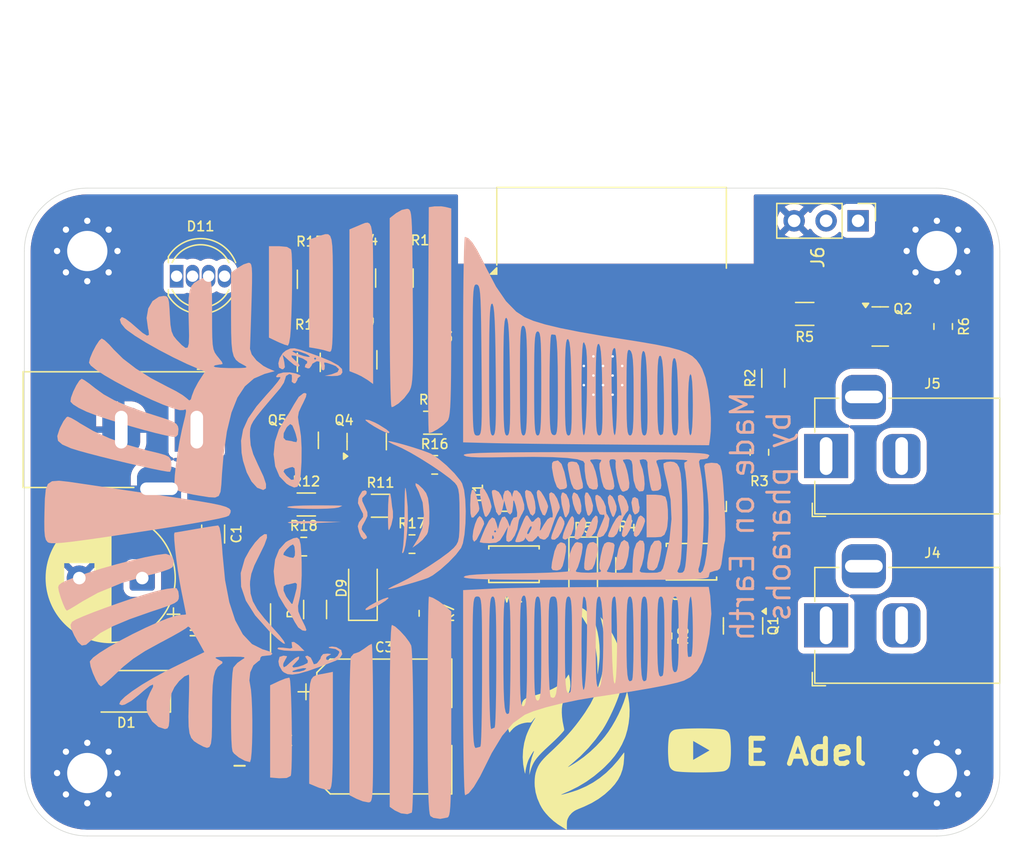
<source format=kicad_pcb>
(kicad_pcb (version 20241229) (generator "pcbnew") (generator_version "9.0")
  (title_block (title "NEON 1M 12V") (date "2025-11-06") (rev "REV1_1"))
  (layers (0 "F.Cu" signal) (2 "B.Cu" signal) (13 "F.Paste" user) (15 "B.Paste" user) (5 "F.SilkS" user "F.Silkscreen") (7 "B.SilkS" user "B.Silkscreen") (1 "F.Mask" user) (3 "B.Mask" user) (25 "Edge.Cuts" user))
  (net 0 "")
  (net 1 "+12V")
  (net 2 "GND")
  (net 3 "+3V3")
  (net 4 "Net-(D1-K)")
  (net 5 "Net-(D5-A)")
  (net 6 "Net-(D9-A)")
  (net 7 "Net-(D11-BK)")
  (net 8 "Net-(D11-RK)")
  (net 9 "Net-(D11-GK)")
  (net 10 "ESP_IO27")
  (net 11 "ESP_IO35")
  (net 12 "ESP_IO25")
  (net 13 "ESP_IO26")
  (net 14 "ESP_EN")
  (net 15 "ESP_IO14")
  (net 16 "ESP_IO33")
  (net 17 "ESP_SVP")
  (net 18 "ESP_IO34")
  (net 19 "ESP_SVN")
  (net 20 "ESP_IO32")
  (net 21 "ESP_IO13")
  (net 22 "ESP_IO12")
  (net 23 "ESP_IO16")
  (net 24 "ESP_IO2")
  (net 25 "ESP_IO22")
  (net 26 "ESP_U0TX")
  (net 27 "ESP_IO5")
  (net 28 "ESP_IO21")
  (net 29 "ESP_IO15")
  (net 30 "ESP_IO4")
  (net 31 "ESP_IO18")
  (net 32 "ESP_IO23")
  (net 33 "ESP_IO19")
  (net 34 "ESP_IO17")
  (net 35 "ESP_IO0")
  (net 36 "ESP_U0RX")
  (net 37 "B_Jack")
  (net 38 "P_Jack")
  (net 39 "Net-(Q1-G)")
  (net 40 "Net-(Q2-G)")
  (net 41 "Net-(Q3-D)")
  (net 42 "Net-(Q3-G)")
  (net 43 "Net-(Q4-D)")
  (net 44 "Net-(Q4-G)")
  (net 45 "Net-(Q5-G)")
  (net 46 "Net-(Q5-D)")
  (net 47 "Net-(R14-Pad2)")
  (net 48 "Net-(R15-Pad2)")
  (footprint "Resistor_SMD:R_0805_2012Metric_Pad1.20x1.40mm_HandSolder" (layer "F.Cu") (at 139.8 58.3)
    (property "Reference" "R17" (at 0 -1.65 0) (layer "F.SilkS") (effects (font (size 0.762 0.762) (thickness 0.127))))
    (property "Value" "10k Ohm")
    (pad "1" smd roundrect (at -1 0) (size 1.2 1.4) (layers "F.Cu" "F.Mask" "F.Paste") (roundrect_rratio 0.208333) (net 44 "Net-(Q4-G)"))
    (pad "2" smd roundrect (at 1 0) (size 1.2 1.4) (layers "F.Cu" "F.Mask" "F.Paste") (roundrect_rratio 0.208333) (net 2 "GND"))
  )
  (footprint "Resistor_SMD:R_1206_3216Metric_Pad1.30x1.75mm_HandSolder" (layer "F.Cu") (at 131.4 55.15)
    (property "Reference" "R12" (at 0 -1.83 0) (layer "F.SilkS") (effects (font (size 0.762 0.762) (thickness 0.127))))
    (property "Value" "220 Ohm")
    (pad "1" smd roundrect (at -1.55 0) (size 1.3 1.75) (layers "F.Cu" "F.Mask" "F.Paste") (roundrect_rratio 0.192308) (net 45 "Net-(Q5-G)"))
    (pad "2" smd roundrect (at 1.55 0) (size 1.3 1.75) (layers "F.Cu" "F.Mask" "F.Paste") (roundrect_rratio 0.192308) (net 10 "ESP_IO27"))
  )
  (footprint "CD43_Inductor:CD43" (layer "F.Cu") (at 126.1 73.8)
    (property "Reference" "L1" (at 3.7 0.2 270) (layer "F.SilkS") (effects (font (size 0.762 0.762) (thickness 0.127))))
    (property "Value" "47uH / 2A")
    (pad "1" smd rect (at -1.6256 0) (size 1.7526 4.4958) (layers "F.Cu" "F.Mask" "F.Paste") (net 4 "Net-(D1-K)"))
    (pad "2" smd rect (at 1.6256 0) (size 1.7526 4.4958) (layers "F.Cu" "F.Mask" "F.Paste") (net 3 "+3V3"))
    (zone (net 0) (net_name "") (layer "F.Cu") (connect_pads (clearance 0)) (min_thickness 0.254)
      (keepout (tracks not_allowed) (vias not_allowed) (pads allowed) (copperpour not_allowed) (footprints allowed))
      (fill (thermal_gap 0.508) (thermal_bridge_width 0.508))
      (polygon (pts (xy 125.4015 71.6029) (xy 126.7985 71.6029) (xy 126.7985 75.9971) (xy 125.4015 75.9971)))
    )
  )
  (footprint "Connector_PinHeader_2.54mm:PinHeader_1x03_P2.54mm_Vertical" (layer "F.Cu") (at 175.24 32.6 -90)
    (property "Reference" "J6" (at 2.9 3.2 90) (layer "F.SilkS"))
    (property "Value" "Conn_01x03_Pin")
    (pad "1" thru_hole rect (at 0 0 270) (size 1.7 1.7) (drill 1) (layers "*.Cu" "*.Mask") (net 36 "ESP_U0RX"))
    (pad "2" thru_hole circle (at 0 2.54 270) (size 1.7 1.7) (drill 1) (layers "*.Cu" "*.Mask") (net 26 "ESP_U0TX"))
    (pad "3" thru_hole circle (at 0 5.08 270) (size 1.7 1.7) (drill 1) (layers "*.Cu" "*.Mask") (net 2 "GND"))
  )
  (footprint "Package_TO_SOT_SMD:SOT-23" (layer "F.Cu") (at 136.2 50.15 90)
    (property "Reference" "Q4" (at 1.7 -1.8 180) (layer "F.SilkS") (effects (font (size 0.762 0.762) (thickness 0.127))))
    (property "Value" "BSS138")
    (pad "1" smd roundrect (at -1.1 -0.95 90) (size 1.8 0.6) (layers "F.Cu" "F.Mask" "F.Paste") (net 44 "Net-(Q4-G)"))
    (pad "2" smd roundrect (at -1.1 0.95 90) (size 1.8 0.6) (layers "F.Cu" "F.Mask" "F.Paste") (net 2 "GND"))
    (pad "3" smd roundrect (at 1.1 0 90) (size 1.8 0.6) (layers "F.Cu" "F.Mask" "F.Paste") (net 43 "Net-(Q4-D)"))
  )
  (footprint "Resistor_SMD:R_1206_3216Metric_Pad1.30x1.75mm_HandSolder" (layer "F.Cu") (at 171 40 180)
    (property "Reference" "R5" (at 0 -1.83 0) (layer "F.SilkS") (effects (font (size 0.762 0.762) (thickness 0.127))))
    (property "Value" "100 Ohm")
    (pad "1" smd roundrect (at -1.55 0 180) (size 1.3 1.75) (layers "F.Cu" "F.Mask" "F.Paste") (roundrect_rratio 0.192308) (net 40 "Net-(Q2-G)"))
    (pad "2" smd roundrect (at 1.55 0 180) (size 1.3 1.75) (layers "F.Cu" "F.Mask" "F.Paste") (roundrect_rratio 0.192308) (net 33 "ESP_IO19"))
  )
  (footprint "MountingHole:MountingHole_3.2mm_M3_Pad_Via" (layer "F.Cu") (at 114 76.5)
    (property "Reference" "H4" (hide yes))
    (property "Value" "MountingHole_Pad")
    (pad "1" thru_hole circle (at -2.4 0) (size 0.8 0.8) (drill 0.5) (layers "*.Cu" "*.Mask") (net 2 "GND"))
    (pad "1" thru_hole circle (at -1.697056 -1.697056) (size 0.8 0.8) (drill 0.5) (layers "*.Cu" "*.Mask") (net 2 "GND"))
    (pad "1" thru_hole circle (at -1.697056 1.697056) (size 0.8 0.8) (drill 0.5) (layers "*.Cu" "*.Mask") (net 2 "GND"))
    (pad "1" thru_hole circle (at 0 -2.4) (size 0.8 0.8) (drill 0.5) (layers "*.Cu" "*.Mask") (net 2 "GND"))
    (pad "1" thru_hole circle (at 0 0) (size 6.4 6.4) (drill 3.2) (layers "*.Cu" "*.Mask") (net 2 "GND"))
    (pad "1" thru_hole circle (at 0 2.4) (size 0.8 0.8) (drill 0.5) (layers "*.Cu" "*.Mask") (net 2 "GND"))
    (pad "1" thru_hole circle (at 1.697056 -1.697056) (size 0.8 0.8) (drill 0.5) (layers "*.Cu" "*.Mask") (net 2 "GND"))
    (pad "1" thru_hole circle (at 1.697056 1.697056) (size 0.8 0.8) (drill 0.5) (layers "*.Cu" "*.Mask") (net 2 "GND"))
    (pad "1" thru_hole circle (at 2.4 0) (size 0.8 0.8) (drill 0.5) (layers "*.Cu" "*.Mask") (net 2 "GND"))
  )
  (footprint "Resistor_SMD:R_1206_3216Metric_Pad1.30x1.75mm_HandSolder" (layer "F.Cu") (at 168.5 45.1 90)
    (property "Reference" "R2" (at 0 -1.83 90) (layer "F.SilkS") (effects (font (size 0.762 0.762) (thickness 0.127))))
    (property "Value" "100 Ohm")
    (pad "1" smd roundrect (at -1.55 0 90) (size 1.3 1.75) (layers "F.Cu" "F.Mask" "F.Paste") (roundrect_rratio 0.192308) (net 39 "Net-(Q1-G)"))
    (pad "2" smd roundrect (at 1.55 0 90) (size 1.3 1.75) (layers "F.Cu" "F.Mask" "F.Paste") (roundrect_rratio 0.192308) (net 31 "ESP_IO18"))
  )
  (footprint "Package_SO:SOIC-8_3.9x4.9mm_P1.27mm" (layer "F.Cu") (at 126 65 90)
    (property "Reference" "U2" (at 0 -3.4 90) (layer "F.SilkS") (effects (font (size 0.762 0.762) (thickness 0.127))))
    (property "Value" "XL1509-3.3")
    (pad "1" smd roundrect (at -2.475 -1.905 90) (size 1.95 0.6) (layers "F.Cu" "F.Mask" "F.Paste") (net 1 "+12V"))
    (pad "2" smd roundrect (at -2.475 -0.635 90) (size 1.95 0.6) (layers "F.Cu" "F.Mask" "F.Paste") (net 4 "Net-(D1-K)"))
    (pad "3" smd roundrect (at -2.475 0.635 90) (size 1.95 0.6) (layers "F.Cu" "F.Mask" "F.Paste") (net 3 "+3V3"))
    (pad "4" smd roundrect (at -2.475 1.905 90) (size 1.95 0.6) (layers "F.Cu" "F.Mask" "F.Paste") (net 2 "GND"))
    (pad "5" smd roundrect (at 2.475 1.905 90) (size 1.95 0.6) (layers "F.Cu" "F.Mask" "F.Paste") (net 2 "GND"))
    (pad "6" smd roundrect (at 2.475 0.635 90) (size 1.95 0.6) (layers "F.Cu" "F.Mask" "F.Paste") (net 2 "GND"))
    (pad "7" smd roundrect (at 2.475 -0.635 90) (size 1.95 0.6) (layers "F.Cu" "F.Mask" "F.Paste") (net 2 "GND"))
    (pad "8" smd roundrect (at 2.475 -1.905 90) (size 1.95 0.6) (layers "F.Cu" "F.Mask" "F.Paste") (net 2 "GND"))
  )
  (footprint "Capacitor_SMD:C_1206_3216Metric" (layer "F.Cu") (at 124 57.5 -90)
    (property "Reference" "C1" (at 0 -1.85 90) (layer "F.SilkS") (effects (font (size 0.762 0.762) (thickness 0.127))))
    (property "Value" "1 uF")
    (pad "1" smd roundrect (at -1.475 0 270) (size 1.15 1.8) (layers "F.Cu" "F.Mask" "F.Paste") (roundrect_rratio 0.217391) (net 1 "+12V"))
    (pad "2" smd roundrect (at 1.475 0 270) (size 1.15 1.8) (layers "F.Cu" "F.Mask" "F.Paste") (roundrect_rratio 0.217391) (net 2 "GND"))
  )
  (footprint "Resistor_SMD:R_1206_3216Metric_Pad1.30x1.75mm_HandSolder" (layer "F.Cu") (at 132.1 63.5 -90)
    (property "Reference" "R1" (at 0 1.8 90) (layer "F.SilkS") (effects (font (size 0.762 0.762) (thickness 0.127))))
    (property "Value" "2.2k Ohm")
    (pad "1" smd roundrect (at -1.55 0 270) (size 1.3 1.75) (layers "F.Cu" "F.Mask" "F.Paste") (roundrect_rratio 0.192308) (net 6 "Net-(D9-A)"))
    (pad "2" smd roundrect (at 1.55 0 270) (size 1.3 1.75) (layers "F.Cu" "F.Mask" "F.Paste") (roundrect_rratio 0.192308) (net 3 "+3V3"))
  )
  (footprint "Capacitor_SMD:CP_Elec_10x10.5" (layer "F.Cu") (at 137.6 72.8)
    (property "Reference" "C3" (at 0 -6.3 0) (layer "F.SilkS") (effects (font (size 0.762 0.762) (thickness 0.127))))
    (property "Value" "330uF 50V")
    (pad "1" smd roundrect (at -4.2 0) (size 4.4 2.5) (layers "F.Cu" "F.Mask" "F.Paste") (roundrect_rratio 0.1) (net 3 "+3V3"))
    (pad "2" smd roundrect (at 4.2 0) (size 4.4 2.5) (layers "F.Cu" "F.Mask" "F.Paste") (roundrect_rratio 0.1) (net 2 "GND"))
  )
  (footprint "Resistor_SMD:R_0805_2012Metric_Pad1.20x1.40mm_HandSolder" (layer "F.Cu") (at 141.6 52)
    (property "Reference" "R16" (at 0 -1.65 0) (layer "F.SilkS") (effects (font (size 0.762 0.762) (thickness 0.127))))
    (property "Value" "10k Ohm")
    (pad "1" smd roundrect (at -1 0) (size 1.2 1.4) (layers "F.Cu" "F.Mask" "F.Paste") (roundrect_rratio 0.208333) (net 42 "Net-(Q3-G)"))
    (pad "2" smd roundrect (at 1 0) (size 1.2 1.4) (layers "F.Cu" "F.Mask" "F.Paste") (roundrect_rratio 0.208333) (net 2 "GND"))
  )
  (footprint "LED_SMD:LED_1206_3216Metric_Pad1.42x1.75mm_HandSolder" (layer "F.Cu") (at 153.4 60.2 -90)
    (property "Reference" "D5" (at -3.1875 0 180) (layer "F.SilkS") (effects (font (size 0.762 0.762) (thickness 0.127))))
    (property "Value" "Blue LED")
    (pad "1" smd roundrect (at -1.4875 0 270) (size 1.425 1.75) (layers "F.Cu" "F.Mask" "F.Paste") (roundrect_rratio 0.175439) (net 2 "GND"))
    (pad "2" smd roundrect (at 1.4875 0 270) (size 1.425 1.75) (layers "F.Cu" "F.Mask" "F.Paste") (roundrect_rratio 0.175439) (net 5 "Net-(D5-A)"))
  )
  (footprint "LOGO" (layer "F.Cu") (at 138.027064 56.16 90)
    (property "Reference" "G***" (hide yes))
    (property "Value" "LOGO" (hide yes))
  )
  (footprint "Package_TO_SOT_SMD:SOT-23" (layer "F.Cu") (at 140.6 43.55 90)
    (property "Reference" "Q3" (at 1.7 1.7 180) (layer "F.SilkS") (effects (font (size 0.762 0.762) (thickness 0.127))))
    (property "Value" "BSS138")
    (pad "1" smd roundrect (at -1.1 -0.95 90) (size 1.8 0.6) (layers "F.Cu" "F.Mask" "F.Paste") (net 42 "Net-(Q3-G)"))
    (pad "2" smd roundrect (at -1.1 0.95 90) (size 1.8 0.6) (layers "F.Cu" "F.Mask" "F.Paste") (net 2 "GND"))
    (pad "3" smd roundrect (at 1.1 0 90) (size 1.8 0.6) (layers "F.Cu" "F.Mask" "F.Paste") (net 41 "Net-(Q3-D)"))
  )
  (footprint "LED_THT:LED_D5.0mm-4_RGB" (layer "F.Cu") (at 121.095 37)
    (property "Reference" "D11" (at 1.905 -3.96 0) (layer "F.SilkS") (effects (font (size 0.762 0.762) (thickness 0.127))))
    (property "Value" "LED_BGAR")
    (pad "1" thru_hole rect (at 0 0) (size 1.07 1.8) (drill 0.9) (layers "*.Cu" "*.Mask") (net 7 "Net-(D11-BK)"))
    (pad "2" thru_hole oval (at 1.27 0) (size 1.07 1.8) (drill 0.9) (layers "*.Cu" "*.Mask") (net 9 "Net-(D11-GK)"))
    (pad "3" thru_hole oval (at 2.54 0) (size 1.07 1.8) (drill 0.9) (layers "*.Cu" "*.Mask") (net 1 "+12V"))
    (pad "4" thru_hole oval (at 3.81 0) (size 1.07 1.8) (drill 0.9) (layers "*.Cu" "*.Mask") (net 8 "Net-(D11-RK)"))
  )
  (footprint "MountingHole:MountingHole_3.2mm_M3_Pad_Via" (layer "F.Cu") (at 114 35)
    (property "Reference" "H2")
    (property "Value" "MountingHole_Pad")
    (pad "1" thru_hole circle (at -2.4 0) (size 0.8 0.8) (drill 0.5) (layers "*.Cu" "*.Mask") (net 2 "GND"))
    (pad "1" thru_hole circle (at -1.697056 -1.697056) (size 0.8 0.8) (drill 0.5) (layers "*.Cu" "*.Mask") (net 2 "GND"))
    (pad "1" thru_hole circle (at -1.697056 1.697056) (size 0.8 0.8) (drill 0.5) (layers "*.Cu" "*.Mask") (net 2 "GND"))
    (pad "1" thru_hole circle (at 0 -2.4) (size 0.8 0.8) (drill 0.5) (layers "*.Cu" "*.Mask") (net 2 "GND"))
    (pad "1" thru_hole circle (at 0 0) (size 6.4 6.4) (drill 3.2) (layers "*.Cu" "*.Mask") (net 2 "GND"))
    (pad "1" thru_hole circle (at 0 2.4) (size 0.8 0.8) (drill 0.5) (layers "*.Cu" "*.Mask") (net 2 "GND"))
    (pad "1" thru_hole circle (at 1.697056 -1.697056) (size 0.8 0.8) (drill 0.5) (layers "*.Cu" "*.Mask") (net 2 "GND"))
    (pad "1" thru_hole circle (at 1.697056 1.697056) (size 0.8 0.8) (drill 0.5) (layers "*.Cu" "*.Mask") (net 2 "GND"))
    (pad "1" thru_hole circle (at 2.4 0) (size 0.8 0.8) (drill 0.5) (layers "*.Cu" "*.Mask") (net 2 "GND"))
  )
  (footprint "Connector_BarrelJack:BarrelJack_Horizontal" (layer "F.Cu") (at 172.7 64.7575 180)
    (property "Reference" "J4" (at -8.45 5.75 0) (layer "F.SilkS") (effects (font (size 0.762 0.762) (thickness 0.127))))
    (property "Value" "Barrel_Jack_MountingPin")
    (pad "1" thru_hole rect (at 0 0 180) (size 3.5 3.5) (drill oval 1 3) (layers "*.Cu" "*.Mask") (net 1 "+12V"))
    (pad "2" thru_hole roundrect (at -6 0 180) (size 3 3.5) (drill oval 1 3) (layers "*.Cu" "*.Mask") (net 37 "B_Jack"))
    (pad "3" thru_hole roundrect (at -3 4.7 180) (size 3.5 3.5) (drill oval 3 1) (layers "*.Cu" "*.Mask") (net 37 "B_Jack"))
  )
  (footprint "Resistor_SMD:R_1206_3216Metric_Pad1.30x1.75mm_HandSolder" (layer "F.Cu") (at 131.6 43.85 -90)
    (property "Reference" "R19" (at -3 0 180) (layer "F.SilkS") (effects (font (size 0.762 0.762) (thickness 0.127))))
    (property "Value" "300 Ohm")
    (pad "1" smd roundrect (at -1.55 0 270) (size 1.3 1.75) (layers "F.Cu" "F.Mask" "F.Paste") (roundrect_rratio 0.192308) (net 48 "Net-(R15-Pad2)"))
    (pad "2" smd roundrect (at 1.55 0 270) (size 1.3 1.75) (layers "F.Cu" "F.Mask" "F.Paste") (roundrect_rratio 0.192308) (net 46 "Net-(Q5-D)"))
  )
  (footprint "Diode_SMD:D_SMA" (layer "F.Cu") (at 117.1 70 180)
    (property "Reference" "D1" (at 0 -2.5 0) (layer "F.SilkS") (effects (font (size 0.762 0.762) (thickness 0.127))))
    (property "Value" "1N5822")
    (pad "1" smd roundrect (at -2 0 180) (size 2.5 1.8) (layers "F.Cu" "F.Mask" "F.Paste") (roundrect_rratio 0.1388888889) (net 4 "Net-(D1-K)"))
    (pad "2" smd roundrect (at 2 0 180) (size 2.5 1.8) (layers "F.Cu" "F.Mask" "F.Paste") (roundrect_rratio 0.1388888889) (net 2 "GND"))
  )
  (footprint "LOGO" (layer "F.Cu") (at 153 72)
    (property "Reference" "G***" (hide yes))
    (property "Value" "LOGO" (hide yes))
  )
  (footprint "Resistor_SMD:R_1206_3216Metric_Pad1.30x1.75mm_HandSolder" (layer "F.Cu") (at 137.3 55.25)
    (property "Reference" "R11" (at 0 -1.83 0) (layer "F.SilkS") (effects (font (size 0.762 0.762) (thickness 0.127))))
    (property "Value" "220 Ohm")
    (pad "1" smd roundrect (at -1.55 0) (size 1.3 1.75) (layers "F.Cu" "F.Mask" "F.Paste") (roundrect_rratio 0.192308) (net 44 "Net-(Q4-G)"))
    (pad "2" smd roundrect (at 1.55 0) (size 1.3 1.75) (layers "F.Cu" "F.Mask" "F.Paste") (roundrect_rratio 0.192308) (net 13 "ESP_IO26"))
  )
  (footprint "Package_TO_SOT_SMD:SOT-23" (layer "F.Cu") (at 130.8 50.05 90)
    (property "Reference" "Q5" (at 1.6 -1.7 180) (layer "F.SilkS") (effects (font (size 0.762 0.762) (thickness 0.127))))
    (property "Value" "BSS138")
    (pad "1" smd roundrect (at -1.1 -0.95 90) (size 1.8 0.6) (layers "F.Cu" "F.Mask" "F.Paste") (net 45 "Net-(Q5-G)"))
    (pad "2" smd roundrect (at -1.1 0.95 90) (size 1.8 0.6) (layers "F.Cu" "F.Mask" "F.Paste") (net 2 "GND"))
    (pad "3" smd roundrect (at 1.1 0 90) (size 1.8 0.6) (layers "F.Cu" "F.Mask" "F.Paste") (net 46 "Net-(Q5-D)"))
  )
  (footprint "Connector_BarrelJack:BarrelJack_Horizontal" (layer "F.Cu") (at 172.7 51.3 180)
    (property "Reference" "J5" (at -8.45 5.75 0) (layer "F.SilkS") (effects (font (size 0.762 0.762) (thickness 0.127))))
    (property "Value" "Barrel_Jack_MountingPin")
    (pad "1" thru_hole rect (at 0 0 180) (size 3.5 3.5) (drill oval 1 3) (layers "*.Cu" "*.Mask") (net 1 "+12V"))
    (pad "2" thru_hole roundrect (at -6 0 180) (size 3 3.5) (drill oval 1 3) (layers "*.Cu" "*.Mask") (net 38 "P_Jack"))
    (pad "3" thru_hole roundrect (at -3 4.7 180) (size 3.5 3.5) (drill oval 3 1) (layers "*.Cu" "*.Mask") (net 38 "P_Jack"))
  )
  (footprint "Resistor_SMD:R_1206_3216Metric_Pad1.30x1.75mm_HandSolder" (layer "F.Cu") (at 136.1 43.65 -90)
    (property "Reference" "R9" (at -3 0 180) (layer "F.SilkS") (effects (font (size 0.762 0.762) (thickness 0.127))))
    (property "Value" "300 Ohm")
    (pad "1" smd roundrect (at -1.55 0 270) (size 1.3 1.75) (layers "F.Cu" "F.Mask" "F.Paste") (roundrect_rratio 0.192308) (net 47 "Net-(R14-Pad2)"))
    (pad "2" smd roundrect (at 1.55 0 270) (size 1.3 1.75) (layers "F.Cu" "F.Mask" "F.Paste") (roundrect_rratio 0.192308) (net 43 "Net-(Q4-D)"))
  )
  (footprint "Resistor_SMD:R_0805_2012Metric_Pad1.20x1.40mm_HandSolder" (layer "F.Cu") (at 141.1 63.8 -90)
    (property "Reference" "R7" (at 0 -1.65 90) (layer "F.SilkS") (effects (font (size 0.762 0.762) (thickness 0.127))))
    (property "Value" "10k Ohm")
    (pad "1" smd roundrect (at -1 0 270) (size 1.2 1.4) (layers "F.Cu" "F.Mask" "F.Paste") (roundrect_rratio 0.208333) (net 14 "ESP_EN"))
    (pad "2" smd roundrect (at 1 0 270) (size 1.2 1.4) (layers "F.Cu" "F.Mask" "F.Paste") (roundrect_rratio 0.208333) (net 3 "+3V3"))
  )
  (footprint "Resistor_SMD:R_1206_3216Metric_Pad1.30x1.75mm_HandSolder" (layer "F.Cu") (at 136 37.15 -90)
    (property "Reference" "R14" (at -3 0 180) (layer "F.SilkS") (effects (font (size 0.762 0.762) (thickness 0.127))))
    (property "Value" "300 Ohm")
    (pad "1" smd roundrect (at -1.55 0 270) (size 1.3 1.75) (layers "F.Cu" "F.Mask" "F.Paste") (roundrect_rratio 0.192308) (net 9 "Net-(D11-GK)"))
    (pad "2" smd roundrect (at 1.55 0 270) (size 1.3 1.75) (layers "F.Cu" "F.Mask" "F.Paste") (roundrect_rratio 0.192308) (net 47 "Net-(R14-Pad2)"))
  )
  (footprint "LED_SMD:LED_1206_3216Metric_Pad1.42x1.75mm_HandSolder" (layer "F.Cu") (at 135.9 61.9 90)
    (property "Reference" "D9" (at 0.1 -1.7 90) (layer "F.SilkS") (effects (font (size 0.762 0.762) (thickness 0.127))))
    (property "Value" "Red Power LED")
    (pad "1" smd roundrect (at -1.4875 0 90) (size 1.425 1.75) (layers "F.Cu" "F.Mask" "F.Paste") (roundrect_rratio 0.175439) (net 2 "GND"))
    (pad "2" smd roundrect (at 1.4875 0 90) (size 1.425 1.75) (layers "F.Cu" "F.Mask" "F.Paste") (roundrect_rratio 0.175439) (net 6 "Net-(D9-A)"))
  )
  (footprint "Resistor_SMD:R_0805_2012Metric_Pad1.20x1.40mm_HandSolder" (layer "F.Cu") (at 182 41 -90)
    (property "Reference" "R6" (at 0 -1.65 90) (layer "F.SilkS") (effects (font (size 0.762 0.762) (thickness 0.127))))
    (property "Value" "10k Ohm")
    (pad "1" smd roundrect (at -1 0 270) (size 1.2 1.4) (layers "F.Cu" "F.Mask" "F.Paste") (roundrect_rratio 0.208333) (net 40 "Net-(Q2-G)"))
    (pad "2" smd roundrect (at 1 0 270) (size 1.2 1.4) (layers "F.Cu" "F.Mask" "F.Paste") (roundrect_rratio 0.208333) (net 2 "GND"))
  )
  (footprint "LOGO" (layer "F.Cu") (at 162.639016 74.701751)
    (property "Reference" "G***" (hide yes))
    (property "Value" "LOGO" (hide yes))
  )
  (footprint "Resistor_SMD:R_1206_3216Metric_Pad1.30x1.75mm_HandSolder" (layer "F.Cu") (at 131.6 37.25 -90)
    (property "Reference" "R15" (at -3 -0.1 180) (layer "F.SilkS") (effects (font (size 0.762 0.762) (thickness 0.127))))
    (property "Value" "300 Ohm")
    (pad "1" smd roundrect (at -1.55 0 270) (size 1.3 1.75) (layers "F.Cu" "F.Mask" "F.Paste") (roundrect_rratio 0.192308) (net 7 "Net-(D11-BK)"))
    (pad "2" smd roundrect (at 1.55 0 270) (size 1.3 1.75) (layers "F.Cu" "F.Mask" "F.Paste") (roundrect_rratio 0.192308) (net 48 "Net-(R15-Pad2)"))
  )
  (footprint "Resistor_SMD:R_0805_2012Metric_Pad1.20x1.40mm_HandSolder" (layer "F.Cu") (at 131.2 58.5)
    (property "Reference" "R18" (at 0 -1.65 0) (layer "F.SilkS") (effects (font (size 0.762 0.762) (thickness 0.127))))
    (property "Value" "10k Ohm")
    (pad "1" smd roundrect (at -1 0) (size 1.2 1.4) (layers "F.Cu" "F.Mask" "F.Paste") (roundrect_rratio 0.208333) (net 45 "Net-(Q5-G)"))
    (pad "2" smd roundrect (at 1 0) (size 1.2 1.4) (layers "F.Cu" "F.Mask" "F.Paste") (roundrect_rratio 0.208333) (net 2 "GND"))
  )
  (footprint "Resistor_SMD:R_1206_3216Metric_Pad1.30x1.75mm_HandSolder" (layer "F.Cu") (at 156.9 60.1 90)
    (property "Reference" "R4" (at 3.2 0 180) (layer "F.SilkS") (effects (font (size 0.762 0.762) (thickness 0.127))))
    (property "Value" "1k Ohm")
    (pad "1" smd roundrect (at -1.55 0 90) (size 1.3 1.75) (layers "F.Cu" "F.Mask" "F.Paste") (roundrect_rratio 0.192308) (net 5 "Net-(D5-A)"))
    (pad "2" smd roundrect (at 1.55 0 90) (size 1.3 1.75) (layers "F.Cu" "F.Mask" "F.Paste") (roundrect_rratio 0.192308) (net 24 "ESP_IO2"))
  )
  (footprint "Package_TO_SOT_SMD:SOT-23" (layer "F.Cu") (at 166.1 64.8 -90)
    (property "Reference" "Q1" (at 0 -2.4 90) (layer "F.SilkS") (effects (font (size 0.762 0.762) (thickness 0.127))))
    (property "Value" "IRLML2502TRPBF")
    (pad "1" smd roundrect (at -1.1 -0.95 270) (size 1.8 0.6) (layers "F.Cu" "F.Mask" "F.Paste") (net 39 "Net-(Q1-G)"))
    (pad "2" smd roundrect (at -1.1 0.95 270) (size 1.8 0.6) (layers "F.Cu" "F.Mask" "F.Paste") (net 2 "GND"))
    (pad "3" smd roundrect (at 1.1 0 270) (size 1.8 0.6) (layers "F.Cu" "F.Mask" "F.Paste") (net 37 "B_Jack"))
  )
  (footprint "Resistor_SMD:R_1206_3216Metric_Pad1.30x1.75mm_HandSolder" (layer "F.Cu") (at 140.8 37.15 -90)
    (property "Reference" "R13" (at -3 0 180) (layer "F.SilkS") (effects (font (size 0.762 0.762) (thickness 0.127))))
    (property "Value" "660 Ohm")
    (pad "1" smd roundrect (at -1.55 0 270) (size 1.3 1.75) (layers "F.Cu" "F.Mask" "F.Paste") (roundrect_rratio 0.192308) (net 8 "Net-(D11-RK)"))
    (pad "2" smd roundrect (at 1.55 0 270) (size 1.3 1.75) (layers "F.Cu" "F.Mask" "F.Paste") (roundrect_rratio 0.192308) (net 41 "Net-(Q3-D)"))
  )
  (footprint "TS_button_3_4_2:TS_button_3_4_2" (layer "F.Cu") (at 162 59.7 180)
    (property "Reference" "SW2" (at 0.425 -2.635 0) (layer "F.SilkS") (effects (font (size 0.762 0.762) (thickness 0.127))))
    (property "Value" "SW_Push")
    (pad "1" smd rect (at -2.075 0 180) (size 1.35 1.8) (layers "F.Cu" "F.Mask" "F.Paste") (net 2 "GND"))
    (pad "2" smd rect (at 2.075 0 180) (size 1.35 1.8) (layers "F.Cu" "F.Mask" "F.Paste") (net 35 "ESP_IO0"))
  )
  (footprint "Connector_BarrelJack:BarrelJack_Horizontal" (layer "F.Cu") (at 122.7 49.2)
    (property "Reference" "J2" (at -8.45 5.75 0) (layer "F.SilkS") (effects (font (size 0.762 0.762) (thickness 0.127))))
    (property "Value" "Barrel_Jack_MountingPin")
    (pad "1" thru_hole rect (at 0 0) (size 3.5 3.5) (drill oval 1 3) (layers "*.Cu" "*.Mask") (net 1 "+12V"))
    (pad "2" thru_hole roundrect (at -6 0) (size 3 3.5) (drill oval 1 3) (layers "*.Cu" "*.Mask") (net 2 "GND"))
    (pad "3" thru_hole roundrect (at -3 4.7) (size 3.5 3.5) (drill oval 3 1) (layers "*.Cu" "*.Mask") (net 2 "GND"))
  )
  (footprint "Resistor_SMD:R_0805_2012Metric_Pad1.20x1.40mm_HandSolder" (layer "F.Cu") (at 159.7 65.6 -90)
    (property "Reference" "R8" (at 0 -1.65 90) (layer "F.SilkS") (effects (font (size 0.762 0.762) (thickness 0.127))))
    (property "Value" "10k Ohm")
    (pad "1" smd roundrect (at -1 0 270) (size 1.2 1.4) (layers "F.Cu" "F.Mask" "F.Paste") (roundrect_rratio 0.208333) (net 35 "ESP_IO0"))
    (pad "2" smd roundrect (at 1 0 270) (size 1.2 1.4) (layers "F.Cu" "F.Mask" "F.Paste") (roundrect_rratio 0.208333) (net 3 "+3V3"))
  )
  (footprint "MountingHole:MountingHole_3.2mm_M3_Pad_Via" (layer "F.Cu") (at 181.5 76.5)
    (property "Reference" "H3" (hide yes))
    (property "Value" "MountingHole_Pad")
    (pad "1" thru_hole circle (at -2.4 0) (size 0.8 0.8) (drill 0.5) (layers "*.Cu" "*.Mask") (net 2 "GND"))
    (pad "1" thru_hole circle (at -1.697056 -1.697056) (size 0.8 0.8) (drill 0.5) (layers "*.Cu" "*.Mask") (net 2 "GND"))
    (pad "1" thru_hole circle (at -1.697056 1.697056) (size 0.8 0.8) (drill 0.5) (layers "*.Cu" "*.Mask") (net 2 "GND"))
    (pad "1" thru_hole circle (at 0 -2.4) (size 0.8 0.8) (drill 0.5) (layers "*.Cu" "*.Mask") (net 2 "GND"))
    (pad "1" thru_hole circle (at 0 0) (size 6.4 6.4) (drill 3.2) (layers "*.Cu" "*.Mask") (net 2 "GND"))
    (pad "1" thru_hole circle (at 0 2.4) (size 0.8 0.8) (drill 0.5) (layers "*.Cu" "*.Mask") (net 2 "GND"))
    (pad "1" thru_hole circle (at 1.697056 -1.697056) (size 0.8 0.8) (drill 0.5) (layers "*.Cu" "*.Mask") (net 2 "GND"))
    (pad "1" thru_hole circle (at 1.697056 1.697056) (size 0.8 0.8) (drill 0.5) (layers "*.Cu" "*.Mask") (net 2 "GND"))
    (pad "1" thru_hole circle (at 2.4 0) (size 0.8 0.8) (drill 0.5) (layers "*.Cu" "*.Mask") (net 2 "GND"))
  )
  (footprint "Resistor_SMD:R_1206_3216Metric_Pad1.30x1.75mm_HandSolder" (layer "F.Cu") (at 141.45 48.65)
    (property "Reference" "R10" (at 0 -1.83 0) (layer "F.SilkS") (effects (font (size 0.762 0.762) (thickness 0.127))))
    (property "Value" "220 Ohm")
    (pad "1" smd roundrect (at -1.55 0) (size 1.3 1.75) (layers "F.Cu" "F.Mask" "F.Paste") (roundrect_rratio 0.192308) (net 42 "Net-(Q3-G)"))
    (pad "2" smd roundrect (at 1.55 0) (size 1.3 1.75) (layers "F.Cu" "F.Mask" "F.Paste") (roundrect_rratio 0.192308) (net 12 "ESP_IO25"))
  )
  (footprint "Capacitor_THT:CP_Radial_D10.0mm_P5.00mm" (layer "F.Cu") (at 118.367677 61 180)
    (property "Reference" "C2" (at 2.5 -6.25 0) (layer "F.SilkS") (effects (font (size 0.762 0.762) (thickness 0.127))))
    (property "Value" "470uF 35V")
    (pad "1" thru_hole roundrect (at 0 0 180) (size 2 2) (drill 1) (layers "*.Cu" "*.Mask") (roundrect_rratio 0.125) (net 1 "+12V"))
    (pad "2" thru_hole circle (at 5 0 180) (size 2 2) (drill 1) (layers "*.Cu" "*.Mask") (net 2 "GND"))
  )
  (footprint "Package_TO_SOT_SMD:SOT-23" (layer "F.Cu") (at 177 41)
    (property "Reference" "Q2" (at 1.8 -1.4 0) (layer "F.SilkS") (effects (font (size 0.762 0.762) (thickness 0.127))))
    (property "Value" "IRLML2502TRPBF")
    (pad "1" smd roundrect (at -1.1 -0.95) (size 1.8 0.6) (layers "F.Cu" "F.Mask" "F.Paste") (net 40 "Net-(Q2-G)"))
    (pad "2" smd roundrect (at -1.1 0.95) (size 1.8 0.6) (layers "F.Cu" "F.Mask" "F.Paste") (net 2 "GND"))
    (pad "3" smd roundrect (at 1.1 0) (size 1.8 0.6) (layers "F.Cu" "F.Mask" "F.Paste") (net 38 "P_Jack"))
  )
  (footprint "TS_button_3_4_2:TS_button_3_4_2" (layer "F.Cu") (at 147.9 59.9 180)
    (property "Reference" "SW1" (at 0.425 -2.635 0) (layer "F.SilkS") (effects (font (size 0.762 0.762) (thickness 0.127))))
    (property "Value" "SW_Push")
    (pad "1" smd rect (at -2.075 0 180) (size 1.35 1.8) (layers "F.Cu" "F.Mask" "F.Paste") (net 2 "GND"))
    (pad "2" smd rect (at 2.075 0 180) (size 1.35 1.8) (layers "F.Cu" "F.Mask" "F.Paste") (net 14 "ESP_EN"))
  )
  (footprint "MountingHole:MountingHole_3.2mm_M3_Pad_Via" (layer "F.Cu") (at 181.5 35)
    (property "Reference" "H1")
    (property "Value" "MountingHole_Pad")
    (pad "1" thru_hole circle (at -2.4 0) (size 0.8 0.8) (drill 0.5) (layers "*.Cu" "*.Mask") (net 2 "GND"))
    (pad "1" thru_hole circle (at -1.697056 -1.697056) (size 0.8 0.8) (drill 0.5) (layers "*.Cu" "*.Mask") (net 2 "GND"))
    (pad "1" thru_hole circle (at -1.697056 1.697056) (size 0.8 0.8) (drill 0.5) (layers "*.Cu" "*.Mask") (net 2 "GND"))
    (pad "1" thru_hole circle (at 0 -2.4) (size 0.8 0.8) (drill 0.5) (layers "*.Cu" "*.Mask") (net 2 "GND"))
    (pad "1" thru_hole circle (at 0 0) (size 6.4 6.4) (drill 3.2) (layers "*.Cu" "*.Mask") (net 2 "GND"))
    (pad "1" thru_hole circle (at 0 2.4) (size 0.8 0.8) (drill 0.5) (layers "*.Cu" "*.Mask") (net 2 "GND"))
    (pad "1" thru_hole circle (at 1.697056 -1.697056) (size 0.8 0.8) (drill 0.5) (layers "*.Cu" "*.Mask") (net 2 "GND"))
    (pad "1" thru_hole circle (at 1.697056 1.697056) (size 0.8 0.8) (drill 0.5) (layers "*.Cu" "*.Mask") (net 2 "GND"))
    (pad "1" thru_hole circle (at 2.4 0) (size 0.8 0.8) (drill 0.5) (layers "*.Cu" "*.Mask") (net 2 "GND"))
  )
  (footprint "RF_Module:ESP32-WROOM-32" (layer "F.Cu") (at 155.655 45.81)
    (property "Reference" "U1" (at -10.61 8.43 90) (layer "F.SilkS") (effects (font (size 0.762 0.762) (thickness 0.127))))
    (property "Value" "ESP32-WROOM-32")
    (pad "1" smd rect (at -8.75 -8.25) (size 1.5 0.9) (layers "F.Cu" "F.Mask" "F.Paste") (net 2 "GND"))
    (pad "2" smd rect (at -8.75 -6.98) (size 1.5 0.9) (layers "F.Cu" "F.Mask" "F.Paste") (net 3 "+3V3"))
    (pad "3" smd rect (at -8.75 -5.71) (size 1.5 0.9) (layers "F.Cu" "F.Mask" "F.Paste") (net 14 "ESP_EN"))
    (pad "4" smd rect (at -8.75 -4.44) (size 1.5 0.9) (layers "F.Cu" "F.Mask" "F.Paste") (net 17 "ESP_SVP"))
    (pad "5" smd rect (at -8.75 -3.17) (size 1.5 0.9) (layers "F.Cu" "F.Mask" "F.Paste") (net 19 "ESP_SVN"))
    (pad "6" smd rect (at -8.75 -1.9) (size 1.5 0.9) (layers "F.Cu" "F.Mask" "F.Paste") (net 18 "ESP_IO34"))
    (pad "7" smd rect (at -8.75 -0.63) (size 1.5 0.9) (layers "F.Cu" "F.Mask" "F.Paste") (net 11 "ESP_IO35"))
    (pad "8" smd rect (at -8.75 0.64) (size 1.5 0.9) (layers "F.Cu" "F.Mask" "F.Paste") (net 20 "ESP_IO32"))
    (pad "9" smd rect (at -8.75 1.91) (size 1.5 0.9) (layers "F.Cu" "F.Mask" "F.Paste") (net 16 "ESP_IO33"))
    (pad "10" smd rect (at -8.75 3.18) (size 1.5 0.9) (layers "F.Cu" "F.Mask" "F.Paste") (net 12 "ESP_IO25"))
    (pad "11" smd rect (at -8.75 4.45) (size 1.5 0.9) (layers "F.Cu" "F.Mask" "F.Paste") (net 13 "ESP_IO26"))
    (pad "12" smd rect (at -8.75 5.72) (size 1.5 0.9) (layers "F.Cu" "F.Mask" "F.Paste") (net 10 "ESP_IO27"))
    (pad "13" smd rect (at -8.75 6.99) (size 1.5 0.9) (layers "F.Cu" "F.Mask" "F.Paste") (net 15 "ESP_IO14"))
    (pad "14" smd rect (at -8.75 8.26) (size 1.5 0.9) (layers "F.Cu" "F.Mask" "F.Paste") (net 22 "ESP_IO12"))
    (pad "15" smd rect (at -5.71 9.51 90) (size 1.5 0.9) (layers "F.Cu" "F.Mask" "F.Paste") (net 2 "GND"))
    (pad "16" smd rect (at -4.44 9.51 90) (size 1.5 0.9) (layers "F.Cu" "F.Mask" "F.Paste") (net 21 "ESP_IO13"))
    (pad "17" smd rect (at -3.17 9.51 90) (size 1.5 0.9) (layers "F.Cu" "F.Mask" "F.Paste"))
    (pad "18" smd rect (at -1.9 9.51 90) (size 1.5 0.9) (layers "F.Cu" "F.Mask" "F.Paste"))
    (pad "19" smd rect (at -0.63 9.51 90) (size 1.5 0.9) (layers "F.Cu" "F.Mask" "F.Paste"))
    (pad "20" smd rect (at 0.64 9.51 90) (size 1.5 0.9) (layers "F.Cu" "F.Mask" "F.Paste"))
    (pad "21" smd rect (at 1.91 9.51 90) (size 1.5 0.9) (layers "F.Cu" "F.Mask" "F.Paste"))
    (pad "22" smd rect (at 3.18 9.51 90) (size 1.5 0.9) (layers "F.Cu" "F.Mask" "F.Paste"))
    (pad "23" smd rect (at 4.45 9.51 90) (size 1.5 0.9) (layers "F.Cu" "F.Mask" "F.Paste") (net 29 "ESP_IO15"))
    (pad "24" smd rect (at 5.72 9.51 90) (size 1.5 0.9) (layers "F.Cu" "F.Mask" "F.Paste") (net 24 "ESP_IO2"))
    (pad "25" smd rect (at 8.75 8.26) (size 1.5 0.9) (layers "F.Cu" "F.Mask" "F.Paste") (net 35 "ESP_IO0"))
    (pad "26" smd rect (at 8.75 6.99) (size 1.5 0.9) (layers "F.Cu" "F.Mask" "F.Paste") (net 30 "ESP_IO4"))
    (pad "27" smd rect (at 8.75 5.72) (size 1.5 0.9) (layers "F.Cu" "F.Mask" "F.Paste") (net 23 "ESP_IO16"))
    (pad "28" smd rect (at 8.75 4.45) (size 1.5 0.9) (layers "F.Cu" "F.Mask" "F.Paste") (net 34 "ESP_IO17"))
    (pad "29" smd rect (at 8.75 3.18) (size 1.5 0.9) (layers "F.Cu" "F.Mask" "F.Paste") (net 27 "ESP_IO5"))
    (pad "30" smd rect (at 8.75 1.91) (size 1.5 0.9) (layers "F.Cu" "F.Mask" "F.Paste") (net 31 "ESP_IO18"))
    (pad "31" smd rect (at 8.75 0.64) (size 1.5 0.9) (layers "F.Cu" "F.Mask" "F.Paste") (net 33 "ESP_IO19"))
    (pad "32" smd rect (at 8.75 -0.63) (size 1.5 0.9) (layers "F.Cu" "F.Mask" "F.Paste"))
    (pad "33" smd rect (at 8.75 -1.9) (size 1.5 0.9) (layers "F.Cu" "F.Mask" "F.Paste") (net 28 "ESP_IO21"))
    (pad "34" smd rect (at 8.75 -3.17) (size 1.5 0.9) (layers "F.Cu" "F.Mask" "F.Paste") (net 36 "ESP_U0RX"))
    (pad "35" smd rect (at 8.75 -4.44) (size 1.5 0.9) (layers "F.Cu" "F.Mask" "F.Paste") (net 26 "ESP_U0TX"))
    (pad "36" smd rect (at 8.75 -5.71) (size 1.5 0.9) (layers "F.Cu" "F.Mask" "F.Paste") (net 25 "ESP_IO22"))
    (pad "37" smd rect (at 8.75 -6.98) (size 1.5 0.9) (layers "F.Cu" "F.Mask" "F.Paste") (net 32 "ESP_IO23"))
    (pad "38" smd rect (at 8.75 -8.25) (size 1.5 0.9) (layers "F.Cu" "F.Mask" "F.Paste") (net 2 "GND"))
    (pad "39" smd rect (at -2.205 -2.435) (size 1.05 1.05) (layers "F.Cu" "F.Paste") (net 2 "GND"))
    (pad "39" thru_hole circle (at -2.205 -1.6725) (size 0.6 0.6) (drill 0.2) (property pad_prop_heatsink) (layers "*.Cu" "F.Mask") (net 2 "GND"))
    (pad "39" smd rect (at -2.205 -0.91) (size 1.05 1.05) (layers "F.Cu" "F.Paste") (net 2 "GND"))
    (pad "39" thru_hole circle (at -2.205 -0.1475) (size 0.6 0.6) (drill 0.2) (property pad_prop_heatsink) (layers "*.Cu" "F.Mask") (net 2 "GND"))
    (pad "39" smd rect (at -2.205 0.615) (size 1.05 1.05) (layers "F.Cu" "F.Paste") (net 2 "GND"))
    (pad "39" thru_hole circle (at -1.4425 -2.435) (size 0.6 0.6) (drill 0.2) (property pad_prop_heatsink) (layers "*.Cu" "F.Mask") (net 2 "GND"))
    (pad "39" thru_hole circle (at -1.4425 -0.91) (size 0.6 0.6) (drill 0.2) (property pad_prop_heatsink) (layers "*.Cu" "F.Mask") (net 2 "GND"))
    (pad "39" thru_hole circle (at -1.4425 0.615) (size 0.6 0.6) (drill 0.2) (property pad_prop_heatsink) (layers "*.Cu" "F.Mask") (net 2 "GND"))
    (pad "39" smd rect (at -0.68 -2.435) (size 1.05 1.05) (layers "F.Cu" "F.Paste") (net 2 "GND"))
    (pad "39" thru_hole circle (at -0.68 -1.6725) (size 0.6 0.6) (drill 0.2) (property pad_prop_heatsink) (layers "*.Cu" "F.Mask") (net 2 "GND"))
    (pad "39" smd rect (at -0.68 -0.91) (size 1.05 1.05) (layers "F.Cu" "F.Paste") (net 2 "GND"))
    (pad "39" smd rect (at -0.68 -0.91) (size 4.2 4.2) (property pad_prop_heatsink) (layers "F.Cu" "F.Mask") (net 2 "GND"))
    (pad "39" thru_hole circle (at -0.68 -0.1475) (size 0.6 0.6) (drill 0.2) (property pad_prop_heatsink) (layers "*.Cu" "F.Mask") (net 2 "GND"))
    (pad "39" smd rect (at -0.68 0.615) (size 1.05 1.05) (layers "F.Cu" "F.Paste") (net 2 "GND"))
    (pad "39" thru_hole circle (at 0.0825 -2.435) (size 0.6 0.6) (drill 0.2) (property pad_prop_heatsink) (layers "*.Cu" "F.Mask") (net 2 "GND"))
    (pad "39" thru_hole circle (at 0.0825 -0.91) (size 0.6 0.6) (drill 0.2) (property pad_prop_heatsink) (layers "*.Cu" "F.Mask") (net 2 "GND"))
    (pad "39" thru_hole circle (at 0.0825 0.615) (size 0.6 0.6) (drill 0.2) (property pad_prop_heatsink) (layers "*.Cu" "F.Mask") (net 2 "GND"))
    (pad "39" smd rect (at 0.845 -2.435) (size 1.05 1.05) (layers "F.Cu" "F.Paste") (net 2 "GND"))
    (pad "39" thru_hole circle (at 0.845 -1.6725) (size 0.6 0.6) (drill 0.2) (property pad_prop_heatsink) (layers "*.Cu" "F.Mask") (net 2 "GND"))
    (pad "39" smd rect (at 0.845 -0.91) (size 1.05 1.05) (layers "F.Cu" "F.Paste") (net 2 "GND"))
    (pad "39" thru_hole circle (at 0.845 -0.1475) (size 0.6 0.6) (drill 0.2) (property pad_prop_heatsink) (layers "*.Cu" "F.Mask") (net 2 "GND"))
    (pad "39" smd rect (at 0.845 0.615) (size 1.05 1.05) (layers "F.Cu" "F.Paste") (net 2 "GND"))
    (zone (net 0) (net_name "") (layers "F.Cu" "B.Cu") (connect_pads (clearance 0)) (min_thickness 0.254)
      (keepout (tracks not_allowed) (vias not_allowed) (pads not_allowed) (copperpour not_allowed) (footprints not_allowed))
      (fill (thermal_gap 0.508) (thermal_bridge_width 0.508))
      (polygon (pts (xy 143.455 36.01) (xy 166.955 36.01) (xy 166.955 15.07) (xy 143.455 15.07)))
    )
  )
  (footprint "Resistor_SMD:R_0805_2012Metric_Pad1.20x1.40mm_HandSolder" (layer "F.Cu") (at 167.4 51 -90)
    (property "Reference" "R3" (at 2.3 0 0) (layer "F.SilkS") (effects (font (size 0.762 0.762) (thickness 0.127))))
    (property "Value" "10k Ohm")
    (pad "1" smd roundrect (at -1 0 270) (size 1.2 1.4) (layers "F.Cu" "F.Mask" "F.Paste") (roundrect_rratio 0.208333) (net 39 "Net-(Q1-G)"))
    (pad "2" smd roundrect (at 1 0 270) (size 1.2 1.4) (layers "F.Cu" "F.Mask" "F.Paste") (roundrect_rratio 0.208333) (net 2 "GND"))
  )
  (gr_arc (start 181.5 30) (mid 185.035534 31.464466) (end 186.5 35) (stroke (width 0.05)) (layer "Edge.Cuts"))
  (gr_arc (start 186.5 76.5) (mid 185.035534 80.035534) (end 181.5 81.5) (stroke (width 0.05)) (layer "Edge.Cuts"))
  (gr_line (start 109 76.5) (end 109 35) (stroke (width 0.05)) (layer "Edge.Cuts"))
  (gr_line (start 186.5 35) (end 186.5 76.5) (stroke (width 0.05)) (layer "Edge.Cuts"))
  (gr_line (start 114 30) (end 181.5 30) (stroke (width 0.05)) (layer "Edge.Cuts"))
  (gr_arc (start 109 35) (mid 110.464466 31.464466) (end 114 30) (stroke (width 0.05)) (layer "Edge.Cuts"))
  (gr_line (start 181.5 81.5) (end 114 81.5) (stroke (width 0.05)) (layer "Edge.Cuts"))
  (gr_arc (start 114 81.5) (mid 110.464466 80.035534) (end 109 76.5) (stroke (width 0.05)) (layer "Edge.Cuts"))
  (gr_text "E Adel" (at 166 76 0) (layer "F.SilkS") (effects (font (size 2 2) (thickness 0.4) (bold yes)) (justify left bottom)))
  (gr_text "Made on Earth\nby pharaohs" (at 170 56.1 90) (layer "B.SilkS") (effects (font (size 1.8 1.8) (thickness 0.225)) (justify bottom mirror)))
  (zone (net 2) (net_name "GND") (layers "F.Cu" "B.Cu") (connect_pads (clearance 0.5)) (min_thickness 0.25) (fill yes (thermal_gap 0.5) (thermal_bridge_width 0.5))
    (polygon (pts (xy 108 29) (xy 187 29) (xy 187 82) (xy 108 82)))
  )
)
</source>
